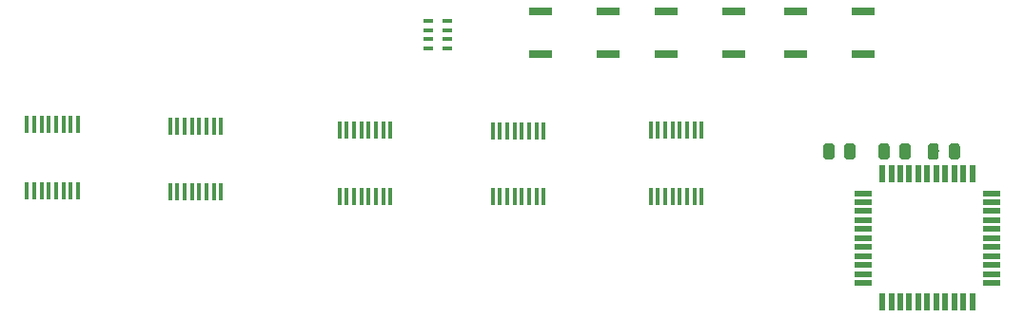
<source format=gbr>
G04 #@! TF.GenerationSoftware,KiCad,Pcbnew,5.0.2-bee76a0~70~ubuntu16.04.1*
G04 #@! TF.CreationDate,2020-01-20T17:48:56-08:00*
G04 #@! TF.ProjectId,clock,636c6f63-6b2e-46b6-9963-61645f706362,rev?*
G04 #@! TF.SameCoordinates,Original*
G04 #@! TF.FileFunction,Paste,Top*
G04 #@! TF.FilePolarity,Positive*
%FSLAX46Y46*%
G04 Gerber Fmt 4.6, Leading zero omitted, Abs format (unit mm)*
G04 Created by KiCad (PCBNEW 5.0.2-bee76a0~70~ubuntu16.04.1) date Mon 20 Jan 2020 17:48:56 PST*
%MOMM*%
%LPD*%
G01*
G04 APERTURE LIST*
%ADD10R,0.450000X1.500000*%
%ADD11R,0.550000X1.500000*%
%ADD12R,1.500000X0.550000*%
%ADD13C,0.100000*%
%ADD14C,0.975000*%
%ADD15R,0.900000X0.400000*%
%ADD16R,2.095500X0.711200*%
G04 APERTURE END LIST*
D10*
G04 #@! TO.C,U8*
X77486000Y-87525200D03*
X78136000Y-87525200D03*
X78786000Y-87525200D03*
X79436000Y-87525200D03*
X80086000Y-87525200D03*
X80736000Y-87525200D03*
X81386000Y-87525200D03*
X82036000Y-87525200D03*
X82036000Y-93425200D03*
X81386000Y-93425200D03*
X80736000Y-93425200D03*
X80086000Y-93425200D03*
X79436000Y-93425200D03*
X78786000Y-93425200D03*
X78136000Y-93425200D03*
X77486000Y-93425200D03*
G04 #@! TD*
G04 #@! TO.C,U1*
X62418200Y-87140200D03*
X63068200Y-87140200D03*
X63718200Y-87140200D03*
X64368200Y-87140200D03*
X65018200Y-87140200D03*
X65668200Y-87140200D03*
X66318200Y-87140200D03*
X66968200Y-87140200D03*
X66968200Y-93040200D03*
X66318200Y-93040200D03*
X65668200Y-93040200D03*
X65018200Y-93040200D03*
X64368200Y-93040200D03*
X63718200Y-93040200D03*
X63068200Y-93040200D03*
X62418200Y-93040200D03*
G04 #@! TD*
D11*
G04 #@! TO.C,U11*
X125794200Y-102840000D03*
X126594200Y-102840000D03*
X127394200Y-102840000D03*
X128194200Y-102840000D03*
X128994200Y-102840000D03*
X129794200Y-102840000D03*
X130594200Y-102840000D03*
X131394200Y-102840000D03*
X132194200Y-102840000D03*
X132994200Y-102840000D03*
X133794200Y-102840000D03*
D12*
X135494200Y-101140000D03*
X135494200Y-100340000D03*
X135494200Y-99540000D03*
X135494200Y-98740000D03*
X135494200Y-97940000D03*
X135494200Y-97140000D03*
X135494200Y-96340000D03*
X135494200Y-95540000D03*
X135494200Y-94740000D03*
X135494200Y-93940000D03*
X135494200Y-93140000D03*
D11*
X133794200Y-91440000D03*
X132994200Y-91440000D03*
X132194200Y-91440000D03*
X131394200Y-91440000D03*
X130594200Y-91440000D03*
X129794200Y-91440000D03*
X128994200Y-91440000D03*
X128194200Y-91440000D03*
X127394200Y-91440000D03*
X126594200Y-91440000D03*
X125794200Y-91440000D03*
D12*
X124094200Y-93140000D03*
X124094200Y-93940000D03*
X124094200Y-94740000D03*
X124094200Y-95540000D03*
X124094200Y-96340000D03*
X124094200Y-97140000D03*
X124094200Y-97940000D03*
X124094200Y-98740000D03*
X124094200Y-99540000D03*
X124094200Y-100340000D03*
X124094200Y-101140000D03*
G04 #@! TD*
D13*
G04 #@! TO.C,R1*
G36*
X123175942Y-88709174D02*
X123199603Y-88712684D01*
X123222807Y-88718496D01*
X123245329Y-88726554D01*
X123266953Y-88736782D01*
X123287470Y-88749079D01*
X123306683Y-88763329D01*
X123324407Y-88779393D01*
X123340471Y-88797117D01*
X123354721Y-88816330D01*
X123367018Y-88836847D01*
X123377246Y-88858471D01*
X123385304Y-88880993D01*
X123391116Y-88904197D01*
X123394626Y-88927858D01*
X123395800Y-88951750D01*
X123395800Y-89864250D01*
X123394626Y-89888142D01*
X123391116Y-89911803D01*
X123385304Y-89935007D01*
X123377246Y-89957529D01*
X123367018Y-89979153D01*
X123354721Y-89999670D01*
X123340471Y-90018883D01*
X123324407Y-90036607D01*
X123306683Y-90052671D01*
X123287470Y-90066921D01*
X123266953Y-90079218D01*
X123245329Y-90089446D01*
X123222807Y-90097504D01*
X123199603Y-90103316D01*
X123175942Y-90106826D01*
X123152050Y-90108000D01*
X122664550Y-90108000D01*
X122640658Y-90106826D01*
X122616997Y-90103316D01*
X122593793Y-90097504D01*
X122571271Y-90089446D01*
X122549647Y-90079218D01*
X122529130Y-90066921D01*
X122509917Y-90052671D01*
X122492193Y-90036607D01*
X122476129Y-90018883D01*
X122461879Y-89999670D01*
X122449582Y-89979153D01*
X122439354Y-89957529D01*
X122431296Y-89935007D01*
X122425484Y-89911803D01*
X122421974Y-89888142D01*
X122420800Y-89864250D01*
X122420800Y-88951750D01*
X122421974Y-88927858D01*
X122425484Y-88904197D01*
X122431296Y-88880993D01*
X122439354Y-88858471D01*
X122449582Y-88836847D01*
X122461879Y-88816330D01*
X122476129Y-88797117D01*
X122492193Y-88779393D01*
X122509917Y-88763329D01*
X122529130Y-88749079D01*
X122549647Y-88736782D01*
X122571271Y-88726554D01*
X122593793Y-88718496D01*
X122616997Y-88712684D01*
X122640658Y-88709174D01*
X122664550Y-88708000D01*
X123152050Y-88708000D01*
X123175942Y-88709174D01*
X123175942Y-88709174D01*
G37*
D14*
X122908300Y-89408000D03*
D13*
G36*
X121300942Y-88709174D02*
X121324603Y-88712684D01*
X121347807Y-88718496D01*
X121370329Y-88726554D01*
X121391953Y-88736782D01*
X121412470Y-88749079D01*
X121431683Y-88763329D01*
X121449407Y-88779393D01*
X121465471Y-88797117D01*
X121479721Y-88816330D01*
X121492018Y-88836847D01*
X121502246Y-88858471D01*
X121510304Y-88880993D01*
X121516116Y-88904197D01*
X121519626Y-88927858D01*
X121520800Y-88951750D01*
X121520800Y-89864250D01*
X121519626Y-89888142D01*
X121516116Y-89911803D01*
X121510304Y-89935007D01*
X121502246Y-89957529D01*
X121492018Y-89979153D01*
X121479721Y-89999670D01*
X121465471Y-90018883D01*
X121449407Y-90036607D01*
X121431683Y-90052671D01*
X121412470Y-90066921D01*
X121391953Y-90079218D01*
X121370329Y-90089446D01*
X121347807Y-90097504D01*
X121324603Y-90103316D01*
X121300942Y-90106826D01*
X121277050Y-90108000D01*
X120789550Y-90108000D01*
X120765658Y-90106826D01*
X120741997Y-90103316D01*
X120718793Y-90097504D01*
X120696271Y-90089446D01*
X120674647Y-90079218D01*
X120654130Y-90066921D01*
X120634917Y-90052671D01*
X120617193Y-90036607D01*
X120601129Y-90018883D01*
X120586879Y-89999670D01*
X120574582Y-89979153D01*
X120564354Y-89957529D01*
X120556296Y-89935007D01*
X120550484Y-89911803D01*
X120546974Y-89888142D01*
X120545800Y-89864250D01*
X120545800Y-88951750D01*
X120546974Y-88927858D01*
X120550484Y-88904197D01*
X120556296Y-88880993D01*
X120564354Y-88858471D01*
X120574582Y-88836847D01*
X120586879Y-88816330D01*
X120601129Y-88797117D01*
X120617193Y-88779393D01*
X120634917Y-88763329D01*
X120654130Y-88749079D01*
X120674647Y-88736782D01*
X120696271Y-88726554D01*
X120718793Y-88718496D01*
X120741997Y-88712684D01*
X120765658Y-88709174D01*
X120789550Y-88708000D01*
X121277050Y-88708000D01*
X121300942Y-88709174D01*
X121300942Y-88709174D01*
G37*
D14*
X121033300Y-89408000D03*
G04 #@! TD*
D13*
G04 #@! TO.C,C4*
G36*
X130597342Y-88709174D02*
X130621003Y-88712684D01*
X130644207Y-88718496D01*
X130666729Y-88726554D01*
X130688353Y-88736782D01*
X130708870Y-88749079D01*
X130728083Y-88763329D01*
X130745807Y-88779393D01*
X130761871Y-88797117D01*
X130776121Y-88816330D01*
X130788418Y-88836847D01*
X130798646Y-88858471D01*
X130806704Y-88880993D01*
X130812516Y-88904197D01*
X130816026Y-88927858D01*
X130817200Y-88951750D01*
X130817200Y-89864250D01*
X130816026Y-89888142D01*
X130812516Y-89911803D01*
X130806704Y-89935007D01*
X130798646Y-89957529D01*
X130788418Y-89979153D01*
X130776121Y-89999670D01*
X130761871Y-90018883D01*
X130745807Y-90036607D01*
X130728083Y-90052671D01*
X130708870Y-90066921D01*
X130688353Y-90079218D01*
X130666729Y-90089446D01*
X130644207Y-90097504D01*
X130621003Y-90103316D01*
X130597342Y-90106826D01*
X130573450Y-90108000D01*
X130085950Y-90108000D01*
X130062058Y-90106826D01*
X130038397Y-90103316D01*
X130015193Y-90097504D01*
X129992671Y-90089446D01*
X129971047Y-90079218D01*
X129950530Y-90066921D01*
X129931317Y-90052671D01*
X129913593Y-90036607D01*
X129897529Y-90018883D01*
X129883279Y-89999670D01*
X129870982Y-89979153D01*
X129860754Y-89957529D01*
X129852696Y-89935007D01*
X129846884Y-89911803D01*
X129843374Y-89888142D01*
X129842200Y-89864250D01*
X129842200Y-88951750D01*
X129843374Y-88927858D01*
X129846884Y-88904197D01*
X129852696Y-88880993D01*
X129860754Y-88858471D01*
X129870982Y-88836847D01*
X129883279Y-88816330D01*
X129897529Y-88797117D01*
X129913593Y-88779393D01*
X129931317Y-88763329D01*
X129950530Y-88749079D01*
X129971047Y-88736782D01*
X129992671Y-88726554D01*
X130015193Y-88718496D01*
X130038397Y-88712684D01*
X130062058Y-88709174D01*
X130085950Y-88708000D01*
X130573450Y-88708000D01*
X130597342Y-88709174D01*
X130597342Y-88709174D01*
G37*
D14*
X130329700Y-89408000D03*
D13*
G36*
X132472342Y-88709174D02*
X132496003Y-88712684D01*
X132519207Y-88718496D01*
X132541729Y-88726554D01*
X132563353Y-88736782D01*
X132583870Y-88749079D01*
X132603083Y-88763329D01*
X132620807Y-88779393D01*
X132636871Y-88797117D01*
X132651121Y-88816330D01*
X132663418Y-88836847D01*
X132673646Y-88858471D01*
X132681704Y-88880993D01*
X132687516Y-88904197D01*
X132691026Y-88927858D01*
X132692200Y-88951750D01*
X132692200Y-89864250D01*
X132691026Y-89888142D01*
X132687516Y-89911803D01*
X132681704Y-89935007D01*
X132673646Y-89957529D01*
X132663418Y-89979153D01*
X132651121Y-89999670D01*
X132636871Y-90018883D01*
X132620807Y-90036607D01*
X132603083Y-90052671D01*
X132583870Y-90066921D01*
X132563353Y-90079218D01*
X132541729Y-90089446D01*
X132519207Y-90097504D01*
X132496003Y-90103316D01*
X132472342Y-90106826D01*
X132448450Y-90108000D01*
X131960950Y-90108000D01*
X131937058Y-90106826D01*
X131913397Y-90103316D01*
X131890193Y-90097504D01*
X131867671Y-90089446D01*
X131846047Y-90079218D01*
X131825530Y-90066921D01*
X131806317Y-90052671D01*
X131788593Y-90036607D01*
X131772529Y-90018883D01*
X131758279Y-89999670D01*
X131745982Y-89979153D01*
X131735754Y-89957529D01*
X131727696Y-89935007D01*
X131721884Y-89911803D01*
X131718374Y-89888142D01*
X131717200Y-89864250D01*
X131717200Y-88951750D01*
X131718374Y-88927858D01*
X131721884Y-88904197D01*
X131727696Y-88880993D01*
X131735754Y-88858471D01*
X131745982Y-88836847D01*
X131758279Y-88816330D01*
X131772529Y-88797117D01*
X131788593Y-88779393D01*
X131806317Y-88763329D01*
X131825530Y-88749079D01*
X131846047Y-88736782D01*
X131867671Y-88726554D01*
X131890193Y-88718496D01*
X131913397Y-88712684D01*
X131937058Y-88709174D01*
X131960950Y-88708000D01*
X132448450Y-88708000D01*
X132472342Y-88709174D01*
X132472342Y-88709174D01*
G37*
D14*
X132204700Y-89408000D03*
G04 #@! TD*
D13*
G04 #@! TO.C,C5*
G36*
X128080442Y-88709174D02*
X128104103Y-88712684D01*
X128127307Y-88718496D01*
X128149829Y-88726554D01*
X128171453Y-88736782D01*
X128191970Y-88749079D01*
X128211183Y-88763329D01*
X128228907Y-88779393D01*
X128244971Y-88797117D01*
X128259221Y-88816330D01*
X128271518Y-88836847D01*
X128281746Y-88858471D01*
X128289804Y-88880993D01*
X128295616Y-88904197D01*
X128299126Y-88927858D01*
X128300300Y-88951750D01*
X128300300Y-89864250D01*
X128299126Y-89888142D01*
X128295616Y-89911803D01*
X128289804Y-89935007D01*
X128281746Y-89957529D01*
X128271518Y-89979153D01*
X128259221Y-89999670D01*
X128244971Y-90018883D01*
X128228907Y-90036607D01*
X128211183Y-90052671D01*
X128191970Y-90066921D01*
X128171453Y-90079218D01*
X128149829Y-90089446D01*
X128127307Y-90097504D01*
X128104103Y-90103316D01*
X128080442Y-90106826D01*
X128056550Y-90108000D01*
X127569050Y-90108000D01*
X127545158Y-90106826D01*
X127521497Y-90103316D01*
X127498293Y-90097504D01*
X127475771Y-90089446D01*
X127454147Y-90079218D01*
X127433630Y-90066921D01*
X127414417Y-90052671D01*
X127396693Y-90036607D01*
X127380629Y-90018883D01*
X127366379Y-89999670D01*
X127354082Y-89979153D01*
X127343854Y-89957529D01*
X127335796Y-89935007D01*
X127329984Y-89911803D01*
X127326474Y-89888142D01*
X127325300Y-89864250D01*
X127325300Y-88951750D01*
X127326474Y-88927858D01*
X127329984Y-88904197D01*
X127335796Y-88880993D01*
X127343854Y-88858471D01*
X127354082Y-88836847D01*
X127366379Y-88816330D01*
X127380629Y-88797117D01*
X127396693Y-88779393D01*
X127414417Y-88763329D01*
X127433630Y-88749079D01*
X127454147Y-88736782D01*
X127475771Y-88726554D01*
X127498293Y-88718496D01*
X127521497Y-88712684D01*
X127545158Y-88709174D01*
X127569050Y-88708000D01*
X128056550Y-88708000D01*
X128080442Y-88709174D01*
X128080442Y-88709174D01*
G37*
D14*
X127812800Y-89408000D03*
D13*
G36*
X126205442Y-88709174D02*
X126229103Y-88712684D01*
X126252307Y-88718496D01*
X126274829Y-88726554D01*
X126296453Y-88736782D01*
X126316970Y-88749079D01*
X126336183Y-88763329D01*
X126353907Y-88779393D01*
X126369971Y-88797117D01*
X126384221Y-88816330D01*
X126396518Y-88836847D01*
X126406746Y-88858471D01*
X126414804Y-88880993D01*
X126420616Y-88904197D01*
X126424126Y-88927858D01*
X126425300Y-88951750D01*
X126425300Y-89864250D01*
X126424126Y-89888142D01*
X126420616Y-89911803D01*
X126414804Y-89935007D01*
X126406746Y-89957529D01*
X126396518Y-89979153D01*
X126384221Y-89999670D01*
X126369971Y-90018883D01*
X126353907Y-90036607D01*
X126336183Y-90052671D01*
X126316970Y-90066921D01*
X126296453Y-90079218D01*
X126274829Y-90089446D01*
X126252307Y-90097504D01*
X126229103Y-90103316D01*
X126205442Y-90106826D01*
X126181550Y-90108000D01*
X125694050Y-90108000D01*
X125670158Y-90106826D01*
X125646497Y-90103316D01*
X125623293Y-90097504D01*
X125600771Y-90089446D01*
X125579147Y-90079218D01*
X125558630Y-90066921D01*
X125539417Y-90052671D01*
X125521693Y-90036607D01*
X125505629Y-90018883D01*
X125491379Y-89999670D01*
X125479082Y-89979153D01*
X125468854Y-89957529D01*
X125460796Y-89935007D01*
X125454984Y-89911803D01*
X125451474Y-89888142D01*
X125450300Y-89864250D01*
X125450300Y-88951750D01*
X125451474Y-88927858D01*
X125454984Y-88904197D01*
X125460796Y-88880993D01*
X125468854Y-88858471D01*
X125479082Y-88836847D01*
X125491379Y-88816330D01*
X125505629Y-88797117D01*
X125521693Y-88779393D01*
X125539417Y-88763329D01*
X125558630Y-88749079D01*
X125579147Y-88736782D01*
X125600771Y-88726554D01*
X125623293Y-88718496D01*
X125646497Y-88712684D01*
X125670158Y-88709174D01*
X125694050Y-88708000D01*
X126181550Y-88708000D01*
X126205442Y-88709174D01*
X126205442Y-88709174D01*
G37*
D14*
X125937800Y-89408000D03*
G04 #@! TD*
D10*
G04 #@! TO.C,U4*
X105172000Y-93424400D03*
X105822000Y-93424400D03*
X106472000Y-93424400D03*
X107122000Y-93424400D03*
X107772000Y-93424400D03*
X108422000Y-93424400D03*
X109072000Y-93424400D03*
X109722000Y-93424400D03*
X109722000Y-87524400D03*
X109072000Y-87524400D03*
X108422000Y-87524400D03*
X107772000Y-87524400D03*
X107122000Y-87524400D03*
X106472000Y-87524400D03*
X105822000Y-87524400D03*
X105172000Y-87524400D03*
G04 #@! TD*
G04 #@! TO.C,U5*
X91115800Y-87549800D03*
X91765800Y-87549800D03*
X92415800Y-87549800D03*
X93065800Y-87549800D03*
X93715800Y-87549800D03*
X94365800Y-87549800D03*
X95015800Y-87549800D03*
X95665800Y-87549800D03*
X95665800Y-93449800D03*
X95015800Y-93449800D03*
X94365800Y-93449800D03*
X93715800Y-93449800D03*
X93065800Y-93449800D03*
X92415800Y-93449800D03*
X91765800Y-93449800D03*
X91115800Y-93449800D03*
G04 #@! TD*
G04 #@! TO.C,U6*
X49693400Y-92891400D03*
X50343400Y-92891400D03*
X50993400Y-92891400D03*
X51643400Y-92891400D03*
X52293400Y-92891400D03*
X52943400Y-92891400D03*
X53593400Y-92891400D03*
X54243400Y-92891400D03*
X54243400Y-86991400D03*
X53593400Y-86991400D03*
X52943400Y-86991400D03*
X52293400Y-86991400D03*
X51643400Y-86991400D03*
X50993400Y-86991400D03*
X50343400Y-86991400D03*
X49693400Y-86991400D03*
G04 #@! TD*
D15*
G04 #@! TO.C,RN1*
X85433800Y-78594000D03*
X85433800Y-79394000D03*
X85433800Y-77794000D03*
X85433800Y-80194000D03*
X87133800Y-77794000D03*
X87133800Y-78594000D03*
X87133800Y-79394000D03*
X87133800Y-80194000D03*
G04 #@! TD*
D16*
G04 #@! TO.C,SW1*
X95426700Y-76936600D03*
X95426700Y-80747800D03*
X101422200Y-76936600D03*
X101422200Y-80747800D03*
G04 #@! TD*
G04 #@! TO.C,SW2*
X112548500Y-80747800D03*
X112548500Y-76936600D03*
X106553000Y-80747800D03*
X106553000Y-76936600D03*
G04 #@! TD*
G04 #@! TO.C,SW3*
X118059200Y-76885800D03*
X118059200Y-80697000D03*
X124054700Y-76885800D03*
X124054700Y-80697000D03*
G04 #@! TD*
M02*

</source>
